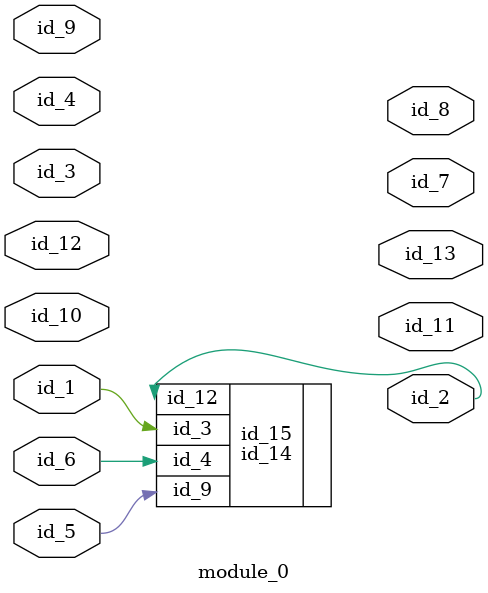
<source format=v>
module module_0 (
    id_1,
    id_2,
    id_3,
    id_4,
    id_5,
    id_6,
    id_7,
    id_8,
    id_9,
    id_10,
    id_11,
    id_12,
    id_13
);
  output id_13;
  input id_12;
  output id_11;
  input id_10;
  input id_9;
  output id_8;
  output id_7;
  input id_6;
  input id_5;
  input id_4;
  input id_3;
  output id_2;
  input id_1;
  id_14 id_15 (
      .id_3 (id_1),
      .id_4 (id_6),
      .id_12(1),
      .id_12(id_11),
      .id_9 (id_5),
      .id_12(id_2)
  );
endmodule

</source>
